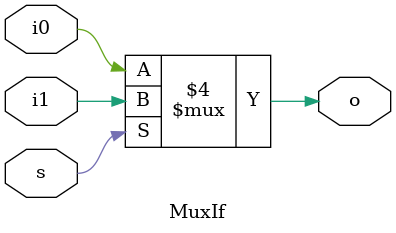
<source format=v>
module MuxIf(i0 , i1 , s , o);
	
	input  i0 , i1 , s;
	output reg o;
	always @(i0 , i1 , s)
		if(s==0)
			o=i0;
		else
			o=i1;
	
endmodule
</source>
